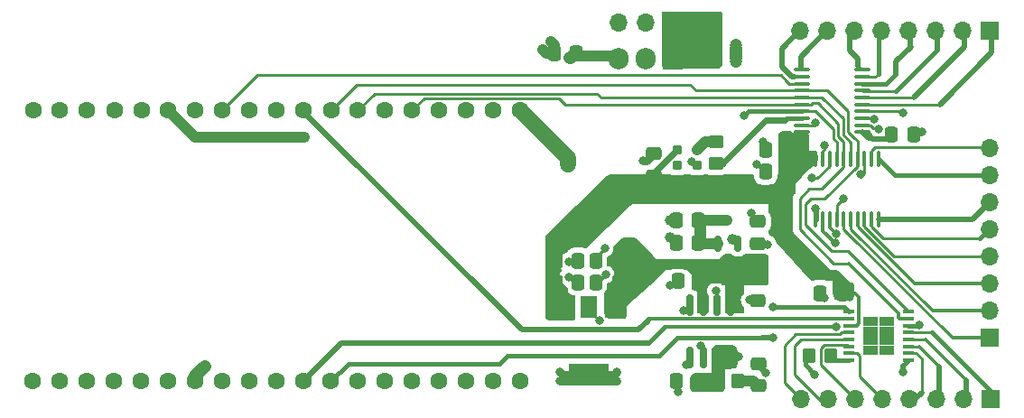
<source format=gbr>
%TF.GenerationSoftware,KiCad,Pcbnew,(6.0.5-0)*%
%TF.CreationDate,2022-06-25T01:47:50+01:00*%
%TF.ProjectId,revised_minh_design,72657669-7365-4645-9f6d-696e685f6465,rev?*%
%TF.SameCoordinates,Original*%
%TF.FileFunction,Copper,L1,Top*%
%TF.FilePolarity,Positive*%
%FSLAX46Y46*%
G04 Gerber Fmt 4.6, Leading zero omitted, Abs format (unit mm)*
G04 Created by KiCad (PCBNEW (6.0.5-0)) date 2022-06-25 01:47:50*
%MOMM*%
%LPD*%
G01*
G04 APERTURE LIST*
G04 Aperture macros list*
%AMRoundRect*
0 Rectangle with rounded corners*
0 $1 Rounding radius*
0 $2 $3 $4 $5 $6 $7 $8 $9 X,Y pos of 4 corners*
0 Add a 4 corners polygon primitive as box body*
4,1,4,$2,$3,$4,$5,$6,$7,$8,$9,$2,$3,0*
0 Add four circle primitives for the rounded corners*
1,1,$1+$1,$2,$3*
1,1,$1+$1,$4,$5*
1,1,$1+$1,$6,$7*
1,1,$1+$1,$8,$9*
0 Add four rect primitives between the rounded corners*
20,1,$1+$1,$2,$3,$4,$5,0*
20,1,$1+$1,$4,$5,$6,$7,0*
20,1,$1+$1,$6,$7,$8,$9,0*
20,1,$1+$1,$8,$9,$2,$3,0*%
G04 Aperture macros list end*
%TA.AperFunction,SMDPad,CuDef*%
%ADD10RoundRect,0.100000X0.637500X0.100000X-0.637500X0.100000X-0.637500X-0.100000X0.637500X-0.100000X0*%
%TD*%
%TA.AperFunction,SMDPad,CuDef*%
%ADD11RoundRect,0.250000X-0.475000X0.337500X-0.475000X-0.337500X0.475000X-0.337500X0.475000X0.337500X0*%
%TD*%
%TA.AperFunction,SMDPad,CuDef*%
%ADD12RoundRect,0.250000X0.337500X0.475000X-0.337500X0.475000X-0.337500X-0.475000X0.337500X-0.475000X0*%
%TD*%
%TA.AperFunction,ComponentPad*%
%ADD13R,1.700000X1.700000*%
%TD*%
%TA.AperFunction,ComponentPad*%
%ADD14O,1.700000X1.700000*%
%TD*%
%TA.AperFunction,SMDPad,CuDef*%
%ADD15RoundRect,0.100000X0.100000X-0.637500X0.100000X0.637500X-0.100000X0.637500X-0.100000X-0.637500X0*%
%TD*%
%TA.AperFunction,SMDPad,CuDef*%
%ADD16RoundRect,0.250000X0.475000X-0.337500X0.475000X0.337500X-0.475000X0.337500X-0.475000X-0.337500X0*%
%TD*%
%TA.AperFunction,SMDPad,CuDef*%
%ADD17R,1.500000X2.000000*%
%TD*%
%TA.AperFunction,SMDPad,CuDef*%
%ADD18R,3.800000X2.000000*%
%TD*%
%TA.AperFunction,SMDPad,CuDef*%
%ADD19RoundRect,0.250000X-0.350000X-0.450000X0.350000X-0.450000X0.350000X0.450000X-0.350000X0.450000X0*%
%TD*%
%TA.AperFunction,SMDPad,CuDef*%
%ADD20RoundRect,0.150000X-0.150000X0.587500X-0.150000X-0.587500X0.150000X-0.587500X0.150000X0.587500X0*%
%TD*%
%TA.AperFunction,SMDPad,CuDef*%
%ADD21RoundRect,0.250000X-0.337500X-0.475000X0.337500X-0.475000X0.337500X0.475000X-0.337500X0.475000X0*%
%TD*%
%TA.AperFunction,SMDPad,CuDef*%
%ADD22RoundRect,0.150000X-0.150000X0.825000X-0.150000X-0.825000X0.150000X-0.825000X0.150000X0.825000X0*%
%TD*%
%TA.AperFunction,ComponentPad*%
%ADD23R,1.905000X2.000000*%
%TD*%
%TA.AperFunction,ComponentPad*%
%ADD24O,1.905000X2.000000*%
%TD*%
%TA.AperFunction,SMDPad,CuDef*%
%ADD25R,1.050000X0.450000*%
%TD*%
%TA.AperFunction,SMDPad,CuDef*%
%ADD26R,1.470000X0.895000*%
%TD*%
%TA.AperFunction,SMDPad,CuDef*%
%ADD27RoundRect,0.250000X-0.450000X0.350000X-0.450000X-0.350000X0.450000X-0.350000X0.450000X0.350000X0*%
%TD*%
%TA.AperFunction,SMDPad,CuDef*%
%ADD28RoundRect,0.200000X0.250000X-0.200000X0.250000X0.200000X-0.250000X0.200000X-0.250000X-0.200000X0*%
%TD*%
%TA.AperFunction,ComponentPad*%
%ADD29C,1.600000*%
%TD*%
%TA.AperFunction,ViaPad*%
%ADD30C,0.800000*%
%TD*%
%TA.AperFunction,ViaPad*%
%ADD31C,1.200000*%
%TD*%
%TA.AperFunction,ViaPad*%
%ADD32C,1.000000*%
%TD*%
%TA.AperFunction,Conductor*%
%ADD33C,0.800000*%
%TD*%
%TA.AperFunction,Conductor*%
%ADD34C,1.000000*%
%TD*%
%TA.AperFunction,Conductor*%
%ADD35C,0.250000*%
%TD*%
%TA.AperFunction,Conductor*%
%ADD36C,0.300000*%
%TD*%
%TA.AperFunction,Conductor*%
%ADD37C,0.500000*%
%TD*%
%TA.AperFunction,Conductor*%
%ADD38C,0.600000*%
%TD*%
%TA.AperFunction,Conductor*%
%ADD39C,0.400000*%
%TD*%
%TA.AperFunction,Conductor*%
%ADD40C,1.200000*%
%TD*%
%TA.AperFunction,Conductor*%
%ADD41C,1.500000*%
%TD*%
%TA.AperFunction,Conductor*%
%ADD42C,1.100000*%
%TD*%
%TA.AperFunction,Conductor*%
%ADD43C,0.450000*%
%TD*%
%TA.AperFunction,Conductor*%
%ADD44C,0.350000*%
%TD*%
G04 APERTURE END LIST*
D10*
%TO.P,U6,1,AV_{DD}*%
%TO.N,+3.3VA*%
X129862500Y-51820000D03*
%TO.P,U6,2,A_{GND}*%
%TO.N,Earth*%
X129862500Y-51170000D03*
%TO.P,U6,3,REFIN-*%
X129862500Y-50520000D03*
%TO.P,U6,4,REFIN+*%
%TO.N,+3.3VDAC*%
X129862500Y-49870000D03*
%TO.P,U6,5,CH0*%
%TO.N,ADC1_1*%
X129862500Y-49220000D03*
%TO.P,U6,6,CH1*%
%TO.N,ADC1_2*%
X129862500Y-48570000D03*
%TO.P,U6,7,CH2*%
%TO.N,ADC1_3*%
X129862500Y-47920000D03*
%TO.P,U6,8,CH3*%
%TO.N,ADC1_4*%
X129862500Y-47270000D03*
%TO.P,U6,9,CH4*%
%TO.N,ADC1_5*%
X129862500Y-46620000D03*
%TO.P,U6,10,CH5*%
%TO.N,ADC1_6*%
X129862500Y-45970000D03*
%TO.P,U6,11,CH6*%
%TO.N,ADC1_7*%
X124137500Y-45970000D03*
%TO.P,U6,12,CH7*%
%TO.N,ADC1_8*%
X124137500Y-46620000D03*
%TO.P,U6,13,~{CS}*%
%TO.N,~{ADC1_CS}*%
X124137500Y-47270000D03*
%TO.P,U6,14,SCK*%
%TO.N,SK*%
X124137500Y-47920000D03*
%TO.P,U6,15,SDI*%
%TO.N,SI*%
X124137500Y-48570000D03*
%TO.P,U6,16,SDO*%
%TO.N,SO*%
X124137500Y-49220000D03*
%TO.P,U6,17,~{IRQ}/MDAT*%
%TO.N,MDAT*%
X124137500Y-49870000D03*
%TO.P,U6,18,MLCK*%
%TO.N,CLK*%
X124137500Y-50520000D03*
%TO.P,U6,19,D_{GND}*%
%TO.N,Earth*%
X124137500Y-51170000D03*
%TO.P,U6,20,DV_{DD}*%
%TO.N,+3V3*%
X124137500Y-51820000D03*
%TD*%
D11*
%TO.P,C18,1*%
%TO.N,+3.3VA*%
X120015000Y-60176500D03*
%TO.P,C18,2*%
%TO.N,Earth*%
X120015000Y-62251500D03*
%TD*%
D12*
%TO.P,C13,1*%
%TO.N,+3.3VDAC*%
X114448500Y-75185000D03*
%TO.P,C13,2*%
%TO.N,Earth*%
X112373500Y-75185000D03*
%TD*%
D13*
%TO.P,J4,1,Pin_1*%
%TO.N,ADC1_1*%
X141732000Y-42291000D03*
D14*
%TO.P,J4,2,Pin_2*%
%TO.N,ADC1_2*%
X139192000Y-42291000D03*
%TO.P,J4,3,Pin_3*%
%TO.N,ADC1_3*%
X136652000Y-42291000D03*
%TO.P,J4,4,Pin_4*%
%TO.N,ADC1_4*%
X134112000Y-42291000D03*
%TO.P,J4,5,Pin_5*%
%TO.N,ADC1_5*%
X131572000Y-42291000D03*
%TO.P,J4,6,Pin_6*%
%TO.N,ADC1_6*%
X129032000Y-42291000D03*
%TO.P,J4,7,Pin_7*%
%TO.N,ADC1_7*%
X126492000Y-42291000D03*
%TO.P,J4,8,Pin_8*%
%TO.N,ADC1_8*%
X123952000Y-42291000D03*
%TD*%
D15*
%TO.P,U7,1,AV_{DD}*%
%TO.N,+3.3VA*%
X125472000Y-60012500D03*
%TO.P,U7,2,A_{GND}*%
%TO.N,Earth*%
X126122000Y-60012500D03*
%TO.P,U7,3,REFIN-*%
X126772000Y-60012500D03*
%TO.P,U7,4,REFIN+*%
%TO.N,+3.3VDAC*%
X127422000Y-60012500D03*
%TO.P,U7,5,CH0*%
%TO.N,ADC2_1*%
X128072000Y-60012500D03*
%TO.P,U7,6,CH1*%
%TO.N,ADC2_2*%
X128722000Y-60012500D03*
%TO.P,U7,7,CH2*%
%TO.N,ADC2_3*%
X129372000Y-60012500D03*
%TO.P,U7,8,CH3*%
%TO.N,ADC2_4*%
X130022000Y-60012500D03*
%TO.P,U7,9,CH4*%
%TO.N,ADC2_5*%
X130672000Y-60012500D03*
%TO.P,U7,10,CH5*%
%TO.N,ADC2_6*%
X131322000Y-60012500D03*
%TO.P,U7,11,CH6*%
%TO.N,ADC2_7*%
X131322000Y-54287500D03*
%TO.P,U7,12,CH7*%
%TO.N,ADC2_8*%
X130672000Y-54287500D03*
%TO.P,U7,13,~{CS}*%
%TO.N,~{ADC2_CS}*%
X130022000Y-54287500D03*
%TO.P,U7,14,SCK*%
%TO.N,SK*%
X129372000Y-54287500D03*
%TO.P,U7,15,SDI*%
%TO.N,SI*%
X128722000Y-54287500D03*
%TO.P,U7,16,SDO*%
%TO.N,SO*%
X128072000Y-54287500D03*
%TO.P,U7,17,~{IRQ}/MDAT*%
%TO.N,MDAT*%
X127422000Y-54287500D03*
%TO.P,U7,18,MLCK*%
%TO.N,CLK*%
X126772000Y-54287500D03*
%TO.P,U7,19,D_{GND}*%
%TO.N,Earth*%
X126122000Y-54287500D03*
%TO.P,U7,20,DV_{DD}*%
%TO.N,+3V3*%
X125472000Y-54287500D03*
%TD*%
D16*
%TO.P,C11,1*%
%TO.N,+3V3*%
X110236000Y-55901500D03*
%TO.P,C11,2*%
%TO.N,Earth*%
X110236000Y-53826500D03*
%TD*%
D12*
%TO.P,C8,1*%
%TO.N,+3.3VA*%
X114448500Y-60071000D03*
%TO.P,C8,2*%
%TO.N,Earth*%
X112373500Y-60071000D03*
%TD*%
D17*
%TO.P,U4,1,VI*%
%TO.N,+5V*%
X106495500Y-68224000D03*
D18*
%TO.P,U4,2,GND*%
%TO.N,Earth*%
X104195500Y-74524000D03*
D17*
X104195500Y-68224000D03*
%TO.P,U4,3,VO*%
%TO.N,+3V3*%
X101895500Y-68224000D03*
%TD*%
D12*
%TO.P,C2,1*%
%TO.N,+5V*%
X103018500Y-44450000D03*
%TO.P,C2,2*%
%TO.N,Earth*%
X100943500Y-44450000D03*
%TD*%
D19*
%TO.P,R2,1*%
%TO.N,+3.3VDAC*%
X116156500Y-75185000D03*
%TO.P,R2,2*%
%TO.N,Net-(C12-Pad1)*%
X118156500Y-75185000D03*
%TD*%
D12*
%TO.P,C3,1*%
%TO.N,+5V*%
X106955500Y-63880000D03*
%TO.P,C3,2*%
%TO.N,Earth*%
X104880500Y-63880000D03*
%TD*%
D13*
%TO.P,J3,1,Pin_1*%
%TO.N,ADC2_1*%
X141732000Y-71120000D03*
D14*
%TO.P,J3,2,Pin_2*%
%TO.N,ADC2_2*%
X141732000Y-68580000D03*
%TO.P,J3,3,Pin_3*%
%TO.N,ADC2_3*%
X141732000Y-66040000D03*
%TO.P,J3,4,Pin_4*%
%TO.N,ADC2_4*%
X141732000Y-63500000D03*
%TO.P,J3,5,Pin_5*%
%TO.N,ADC2_5*%
X141732000Y-60960000D03*
%TO.P,J3,6,Pin_6*%
%TO.N,ADC2_6*%
X141732000Y-58420000D03*
%TO.P,J3,7,Pin_7*%
%TO.N,ADC2_7*%
X141732000Y-55880000D03*
%TO.P,J3,8,Pin_8*%
%TO.N,ADC2_8*%
X141732000Y-53340000D03*
%TD*%
D12*
%TO.P,C14,1*%
%TO.N,+3V3*%
X127932000Y-66929000D03*
%TO.P,C14,2*%
%TO.N,Earth*%
X125857000Y-66929000D03*
%TD*%
D16*
%TO.P,C12,1*%
%TO.N,Net-(C12-Pad1)*%
X120128500Y-75586500D03*
%TO.P,C12,2*%
%TO.N,Earth*%
X120128500Y-73511500D03*
%TD*%
D12*
%TO.P,C17,1*%
%TO.N,+3V3*%
X122830500Y-55499000D03*
%TO.P,C17,2*%
%TO.N,Earth*%
X120755500Y-55499000D03*
%TD*%
D20*
%TO.P,U3,1,GND*%
%TO.N,Earth*%
X118171000Y-62308500D03*
%TO.P,U3,2,VO*%
%TO.N,+3.3VA*%
X116271000Y-62308500D03*
%TO.P,U3,3,VI*%
%TO.N,+5V*%
X117221000Y-64183500D03*
%TD*%
D21*
%TO.P,C7,1*%
%TO.N,+3V3*%
X101118000Y-65880000D03*
%TO.P,C7,2*%
%TO.N,Earth*%
X103193000Y-65880000D03*
%TD*%
D22*
%TO.P,U5,1,VDD*%
%TO.N,+5V*%
X117461500Y-68010000D03*
%TO.P,U5,2,GND*%
%TO.N,Earth*%
X116191500Y-68010000D03*
%TO.P,U5,3,~{SHDN}*%
%TO.N,+5V*%
X114921500Y-68010000D03*
%TO.P,U5,4,GND*%
%TO.N,Earth*%
X113651500Y-68010000D03*
%TO.P,U5,5,GND*%
X113651500Y-72960000D03*
%TO.P,U5,6,GND*%
X114921500Y-72960000D03*
%TO.P,U5,7,OUT*%
%TO.N,+3.3VDAC*%
X116191500Y-72960000D03*
%TO.P,U5,8,FB*%
X117461500Y-72960000D03*
%TD*%
D21*
%TO.P,C1,1*%
%TO.N,+12V*%
X115929500Y-44450000D03*
%TO.P,C1,2*%
%TO.N,Earth*%
X118004500Y-44450000D03*
%TD*%
D23*
%TO.P,U2,1,VI*%
%TO.N,+12V*%
X112014000Y-44902000D03*
D24*
%TO.P,U2,2,GND*%
%TO.N,Earth*%
X109474000Y-44902000D03*
%TO.P,U2,3,VO*%
%TO.N,+5V*%
X106934000Y-44902000D03*
%TD*%
D21*
%TO.P,C9,1*%
%TO.N,+3V3*%
X101118000Y-63880000D03*
%TO.P,C9,2*%
%TO.N,Earth*%
X103193000Y-63880000D03*
%TD*%
D12*
%TO.P,C5,1*%
%TO.N,+5V*%
X106955500Y-65880000D03*
%TO.P,C5,2*%
%TO.N,Earth*%
X104880500Y-65880000D03*
%TD*%
D21*
%TO.P,C16,1*%
%TO.N,+3.3VA*%
X132566500Y-52070000D03*
%TO.P,C16,2*%
%TO.N,Earth*%
X134641500Y-52070000D03*
%TD*%
D19*
%TO.P,R1,1*%
%TO.N,+3.3VDAC*%
X124857000Y-72771000D03*
%TO.P,R1,2*%
%TO.N,Net-(R1-Pad2)*%
X126857000Y-72771000D03*
%TD*%
D13*
%TO.P,J2,1,Pin_1*%
%TO.N,VoutB*%
X141859000Y-76835000D03*
D14*
%TO.P,J2,2,Pin_2*%
%TO.N,VoutD*%
X139319000Y-76835000D03*
%TO.P,J2,3,Pin_3*%
%TO.N,VoutF*%
X136779000Y-76835000D03*
%TO.P,J2,4,Pin_4*%
%TO.N,VoutH*%
X134239000Y-76835000D03*
%TO.P,J2,5,Pin_5*%
%TO.N,VoutG*%
X131699000Y-76835000D03*
%TO.P,J2,6,Pin_6*%
%TO.N,VoutE*%
X129159000Y-76835000D03*
%TO.P,J2,7,Pin_7*%
%TO.N,VoutC*%
X126619000Y-76835000D03*
%TO.P,J2,8,Pin_8*%
%TO.N,VoutA*%
X124079000Y-76835000D03*
%TD*%
D25*
%TO.P,U8,1,LDAC*%
%TO.N,LDAC*%
X128570000Y-68651500D03*
%TO.P,U8,2,~{SYNC}*%
%TO.N,~{DAC_CS}*%
X128570000Y-69301500D03*
%TO.P,U8,3,AV_{DD}*%
%TO.N,+3V3*%
X128570000Y-69951500D03*
%TO.P,U8,4,V_{OUT}A*%
%TO.N,VoutA*%
X128570000Y-70601500D03*
%TO.P,U8,5,V_{OUT}C*%
%TO.N,VoutC*%
X128570000Y-71251500D03*
%TO.P,U8,6,V_{OUT}E*%
%TO.N,VoutE*%
X128570000Y-71901500D03*
%TO.P,U8,7,V_{OUT}G*%
%TO.N,VoutG*%
X128570000Y-72551500D03*
%TO.P,U8,8,V_{REF}IN*%
%TO.N,Net-(R1-Pad2)*%
X128570000Y-73201500D03*
%TO.P,U8,9,~{CLR}*%
%TO.N,~{CLR}*%
X134120000Y-73201500D03*
%TO.P,U8,10,V_{OUT}H*%
%TO.N,VoutH*%
X134120000Y-72551500D03*
%TO.P,U8,11,V_{OUT}F*%
%TO.N,VoutF*%
X134120000Y-71901500D03*
%TO.P,U8,12,V_{OUT}D*%
%TO.N,VoutD*%
X134120000Y-71251500D03*
%TO.P,U8,13,V_{OUT}B*%
%TO.N,VoutB*%
X134120000Y-70601500D03*
%TO.P,U8,14,GND*%
%TO.N,Earth*%
X134120000Y-69951500D03*
%TO.P,U8,15,D_{IN}*%
%TO.N,SO*%
X134120000Y-69301500D03*
%TO.P,U8,16,SCLK*%
%TO.N,SK*%
X134120000Y-68651500D03*
D26*
%TO.P,U8,17*%
%TO.N,N/C*%
X132080000Y-70479000D03*
X130610000Y-69584000D03*
X130610000Y-72269000D03*
X132080000Y-72269000D03*
X130610000Y-71374000D03*
X130610000Y-70479000D03*
X132080000Y-69584000D03*
X132080000Y-71374000D03*
%TD*%
D13*
%TO.P,J1,1,Pin_1*%
%TO.N,+12V*%
X112014000Y-41529000D03*
D14*
%TO.P,J1,2,Pin_2*%
%TO.N,Earth*%
X109474000Y-41529000D03*
%TO.P,J1,3,Pin_3*%
X106934000Y-41529000D03*
%TD*%
D12*
%TO.P,C6,1*%
%TO.N,+3.3VA*%
X114448500Y-62230000D03*
%TO.P,C6,2*%
%TO.N,Earth*%
X112373500Y-62230000D03*
%TD*%
D27*
%TO.P,R3,1*%
%TO.N,Net-(R3-Pad1)*%
X116078000Y-52721000D03*
%TO.P,R3,2*%
%TO.N,CLK*%
X116078000Y-54721000D03*
%TD*%
D12*
%TO.P,C10,1*%
%TO.N,+5V*%
X114597000Y-65785000D03*
%TO.P,C10,2*%
%TO.N,Earth*%
X112522000Y-65785000D03*
%TD*%
%TO.P,C15,1*%
%TO.N,+3V3*%
X122830500Y-53467000D03*
%TO.P,C15,2*%
%TO.N,Earth*%
X120755500Y-53467000D03*
%TD*%
D11*
%TO.P,C4,1*%
%TO.N,+5V*%
X120015000Y-65510500D03*
%TO.P,C4,2*%
%TO.N,Earth*%
X120015000Y-67585500D03*
%TD*%
D28*
%TO.P,X1,1,Tri-State*%
%TO.N,unconnected-(X1-Pad1)*%
X112486000Y-54954000D03*
%TO.P,X1,2,GND*%
%TO.N,Earth*%
X114336000Y-54954000D03*
%TO.P,X1,3,OUT*%
%TO.N,Net-(R3-Pad1)*%
X114336000Y-53504000D03*
%TO.P,X1,4,VDD*%
%TO.N,+3V3*%
X112486000Y-53504000D03*
%TD*%
D29*
%TO.P,U1,1,CLK*%
%TO.N,unconnected-(U1-Pad1)*%
X97785000Y-75184000D03*
%TO.P,U1,2,D0*%
%TO.N,unconnected-(U1-Pad2)*%
X95245000Y-75184000D03*
%TO.P,U1,3,D1*%
%TO.N,unconnected-(U1-Pad3)*%
X92705000Y-75184000D03*
%TO.P,U1,4,15*%
%TO.N,unconnected-(U1-Pad4)*%
X90165000Y-75184000D03*
%TO.P,U1,5,2*%
%TO.N,unconnected-(U1-Pad5)*%
X87625000Y-75184000D03*
%TO.P,U1,6,0*%
%TO.N,unconnected-(U1-Pad6)*%
X85085000Y-75184000D03*
%TO.P,U1,7,4*%
%TO.N,unconnected-(U1-Pad7)*%
X82545000Y-75184000D03*
%TO.P,U1,8,16*%
%TO.N,LDAC*%
X80005000Y-75184000D03*
%TO.P,U1,9,17*%
%TO.N,~{CLR}*%
X77465000Y-75184000D03*
%TO.P,U1,10,5*%
%TO.N,unconnected-(U1-Pad10)*%
X74925000Y-75184000D03*
%TO.P,U1,11,18*%
%TO.N,unconnected-(U1-Pad11)*%
X72385000Y-75184000D03*
%TO.P,U1,12,19*%
%TO.N,unconnected-(U1-Pad12)*%
X69845000Y-75184000D03*
%TO.P,U1,13,GND*%
%TO.N,Earth*%
X67305000Y-75184000D03*
%TO.P,U1,14,21*%
%TO.N,unconnected-(U1-Pad14)*%
X64765000Y-75184000D03*
%TO.P,U1,15,RX*%
%TO.N,unconnected-(U1-Pad15)*%
X62225000Y-75184000D03*
%TO.P,U1,16,TX*%
%TO.N,unconnected-(U1-Pad16)*%
X59685000Y-75184000D03*
%TO.P,U1,17,22*%
%TO.N,unconnected-(U1-Pad17)*%
X57145000Y-75184000D03*
%TO.P,U1,18,23*%
%TO.N,unconnected-(U1-Pad18)*%
X54605000Y-75184000D03*
%TO.P,U1,19,GND*%
%TO.N,Earth*%
X52065000Y-75184000D03*
%TO.P,U1,20,3V3*%
%TO.N,unconnected-(U1-Pad20)*%
X52102143Y-49789715D03*
%TO.P,U1,21,EN*%
%TO.N,unconnected-(U1-Pad21)*%
X54599014Y-49789715D03*
%TO.P,U1,22,VP*%
%TO.N,unconnected-(U1-Pad22)*%
X57145000Y-49784000D03*
%TO.P,U1,23,VN*%
%TO.N,unconnected-(U1-Pad23)*%
X59713572Y-49789715D03*
%TO.P,U1,24,34*%
%TO.N,unconnected-(U1-Pad24)*%
X62250715Y-49789715D03*
%TO.P,U1,25,35*%
%TO.N,MDAT*%
X64765000Y-49784000D03*
%TO.P,U1,26,32*%
%TO.N,~{ADC2_CS}*%
X67305000Y-49784000D03*
%TO.P,U1,27,33*%
%TO.N,~{ADC1_CS}*%
X69845000Y-49784000D03*
%TO.P,U1,28,25*%
%TO.N,unconnected-(U1-Pad28)*%
X72385000Y-49784000D03*
%TO.P,U1,29,26*%
%TO.N,unconnected-(U1-Pad29)*%
X74925000Y-49784000D03*
%TO.P,U1,30,27*%
%TO.N,~{DAC_CS}*%
X77465000Y-49784000D03*
%TO.P,U1,31,14*%
%TO.N,SK*%
X80010715Y-49789715D03*
%TO.P,U1,32,12*%
%TO.N,SI*%
X82547858Y-49789715D03*
%TO.P,U1,33,GND*%
%TO.N,Earth*%
X85085000Y-49784000D03*
%TO.P,U1,34,13*%
%TO.N,SO*%
X87625000Y-49784000D03*
%TO.P,U1,35,D2*%
%TO.N,unconnected-(U1-Pad35)*%
X90165000Y-49784000D03*
%TO.P,U1,36,D3*%
%TO.N,unconnected-(U1-Pad36)*%
X92705000Y-49784000D03*
%TO.P,U1,37,CMD*%
%TO.N,unconnected-(U1-Pad37)*%
X95245000Y-49784000D03*
%TO.P,U1,38,5V*%
%TO.N,+5V*%
X97785000Y-49784000D03*
%TD*%
D30*
%TO.N,Earth*%
X127254000Y-62230011D03*
X106807000Y-75184000D03*
X130937000Y-50594500D03*
D31*
X117983000Y-43688000D03*
D30*
X113284000Y-73660000D03*
X126259500Y-67399500D03*
X127381000Y-61349500D03*
X113792000Y-54610000D03*
D32*
X117602000Y-61849000D03*
D30*
X102305000Y-65405000D03*
D31*
X117983000Y-45212000D03*
D30*
X114681000Y-71844489D03*
X105156000Y-69469000D03*
X101473000Y-75184000D03*
X101473000Y-74295000D03*
X126238000Y-53086000D03*
X105778495Y-65149065D03*
D31*
X68199000Y-73787000D03*
D32*
X100584000Y-43307000D03*
D30*
X105664000Y-62738000D03*
X120523000Y-52705000D03*
X119253000Y-67564000D03*
X106807000Y-74295000D03*
X102305000Y-64008000D03*
X125391819Y-50949902D03*
X112522000Y-76200000D03*
X113030000Y-68585009D03*
X135143100Y-69860114D03*
X116078000Y-66675000D03*
X135382000Y-51816000D03*
X120904000Y-62357000D03*
X120777923Y-74417599D03*
X119888000Y-54864000D03*
D32*
X99822000Y-44069000D03*
X111760000Y-61722000D03*
X111760000Y-60071000D03*
D30*
X131318000Y-51562000D03*
X109220000Y-54466500D03*
X111760000Y-66167000D03*
%TO.N,+5V*%
X102235000Y-54864000D03*
D31*
X102362000Y-44831000D03*
D30*
X107696000Y-62738000D03*
%TO.N,+3.3VA*%
X130429000Y-52197000D03*
X119380000Y-59436000D03*
X125466083Y-58950433D03*
X117094000Y-60071000D03*
%TO.N,+3.3VDAC*%
X133604000Y-50038000D03*
X125349000Y-74549000D03*
X118237000Y-72898000D03*
X128016000Y-58039000D03*
%TO.N,CLK*%
X116713000Y-54737000D03*
X125095000Y-56134000D03*
%TO.N,LDAC*%
X121412000Y-71120000D03*
X121412000Y-68199000D03*
%TO.N,~{CLR}*%
X127381000Y-70034020D03*
X133604000Y-74295000D03*
%TO.N,MDAT*%
X118745000Y-50292000D03*
D32*
X77470000Y-52324000D03*
D30*
%TO.N,~{ADC2_CS}*%
X129667000Y-55753000D03*
%TD*%
D33*
%TO.N,Earth*%
X101494000Y-74274000D02*
X101744000Y-74524000D01*
X101744000Y-74524000D02*
X106536000Y-74524000D01*
X106536000Y-74524000D02*
X106786000Y-74274000D01*
D34*
%TO.N,+12V*%
X112014000Y-44775000D02*
X112466000Y-44323000D01*
D35*
X115477500Y-44775000D02*
X115929500Y-44323000D01*
D33*
%TO.N,Earth*%
X104394000Y-75184000D02*
X106807000Y-75184000D01*
D35*
X104880500Y-63754000D02*
X104880500Y-63521500D01*
X104195500Y-74524000D02*
X104195500Y-74985500D01*
D34*
X100203000Y-44450000D02*
X99822000Y-44069000D01*
D36*
X126772000Y-60012500D02*
X126772000Y-60735717D01*
D34*
X100943500Y-43666500D02*
X100584000Y-43307000D01*
D35*
X104195500Y-68508500D02*
X105156000Y-69469000D01*
X114009000Y-54827000D02*
X113792000Y-54610000D01*
D33*
X109596000Y-54466500D02*
X110236000Y-53826500D01*
D35*
X104195500Y-67974000D02*
X104195500Y-68508500D01*
X111760000Y-66167000D02*
X112499500Y-66167000D01*
X130937000Y-50594500D02*
X130862500Y-50520000D01*
X104195500Y-74985500D02*
X104394000Y-75184000D01*
X105173560Y-65754000D02*
X105778495Y-65149065D01*
X120523000Y-52705000D02*
X120523000Y-53213000D01*
X113651500Y-68010000D02*
X113605009Y-68010000D01*
D37*
X114681000Y-71844489D02*
X114921500Y-72084989D01*
D33*
X104013000Y-75184000D02*
X101473000Y-75184000D01*
D35*
X106786000Y-74274000D02*
X106807000Y-74295000D01*
X114336000Y-54827000D02*
X114009000Y-54827000D01*
X135051714Y-69951500D02*
X135143100Y-69860114D01*
X120523000Y-55499000D02*
X120777000Y-55499000D01*
X104880500Y-65754000D02*
X105173560Y-65754000D01*
X125171721Y-51170000D02*
X124137500Y-51170000D01*
D38*
X118061500Y-62308500D02*
X118171000Y-62308500D01*
D35*
X131318000Y-51562000D02*
X131191000Y-51435000D01*
X125391819Y-50949902D02*
X125171721Y-51170000D01*
D36*
X126772000Y-60735717D02*
X127377283Y-61341000D01*
D35*
X134536000Y-52324000D02*
X134874000Y-52324000D01*
X114921500Y-72084989D02*
X114921500Y-72960000D01*
X131191000Y-51435000D02*
X130824511Y-51435000D01*
X104195500Y-74524000D02*
X104195500Y-75001500D01*
X67305000Y-75184000D02*
X67305000Y-74681000D01*
X103193000Y-63754000D02*
X102559000Y-63754000D01*
X113605009Y-68010000D02*
X113030000Y-68585009D01*
D38*
X117602000Y-61849000D02*
X118061500Y-62308500D01*
D34*
X100943500Y-44450000D02*
X100203000Y-44450000D01*
D37*
X120777923Y-74417599D02*
X120772599Y-74417599D01*
D35*
X104195500Y-75001500D02*
X104013000Y-75184000D01*
X102654000Y-65754000D02*
X102305000Y-65405000D01*
X119888000Y-67564000D02*
X119253000Y-67564000D01*
X130862500Y-50520000D02*
X129862500Y-50520000D01*
D39*
X134120000Y-69951500D02*
X135051714Y-69951500D01*
D35*
X126259500Y-67399500D02*
X125916000Y-67056000D01*
X126238000Y-53483639D02*
X126122000Y-53599639D01*
X126122000Y-53599639D02*
X126122000Y-54287500D01*
D36*
X127377283Y-61341000D02*
X127381000Y-61341000D01*
D35*
X116191500Y-66788500D02*
X116078000Y-66675000D01*
X104880500Y-63521500D02*
X105664000Y-62738000D01*
X134874000Y-52324000D02*
X135382000Y-51816000D01*
X113284000Y-73327500D02*
X113651500Y-72960000D01*
X112419000Y-76097000D02*
X112419000Y-75185000D01*
D33*
X109220000Y-54466500D02*
X109596000Y-54466500D01*
D36*
X127254000Y-62230011D02*
X126122000Y-61098011D01*
D35*
X116191500Y-68010000D02*
X116191500Y-66788500D01*
X130559511Y-51170000D02*
X129862500Y-51170000D01*
X130824511Y-51435000D02*
X130559511Y-51170000D01*
X113284000Y-73660000D02*
X113284000Y-73327500D01*
X120523000Y-53213000D02*
X120777000Y-53467000D01*
X101494000Y-74274000D02*
X101473000Y-74295000D01*
X126238000Y-53086000D02*
X126238000Y-53483639D01*
D37*
X120772599Y-74417599D02*
X120128500Y-73773500D01*
D35*
X112522000Y-76200000D02*
X112419000Y-76097000D01*
X102559000Y-63754000D02*
X102305000Y-64008000D01*
X112499500Y-66167000D02*
X112881500Y-65785000D01*
X103193000Y-65754000D02*
X102654000Y-65754000D01*
X127381000Y-61349500D02*
X127381000Y-61341000D01*
D40*
X67305000Y-74681000D02*
X68199000Y-73787000D01*
D36*
X126122000Y-61098011D02*
X126122000Y-60012500D01*
D35*
X119888000Y-54864000D02*
X120523000Y-55499000D01*
D34*
X100943500Y-44450000D02*
X100943500Y-43666500D01*
D37*
%TO.N,+5V*%
X110744000Y-64389000D02*
X113560500Y-64389000D01*
D34*
X106495500Y-67974000D02*
X109826500Y-64643000D01*
X109826500Y-64643000D02*
X110490000Y-64643000D01*
D38*
X106955500Y-65754000D02*
X106955500Y-67514000D01*
D41*
X102235000Y-54234000D02*
X97785000Y-49784000D01*
D34*
X107696000Y-62738000D02*
X106955500Y-63478500D01*
D35*
X114956500Y-67975000D02*
X114921500Y-68010000D01*
D38*
X106955500Y-63754000D02*
X106955500Y-65754000D01*
D40*
X102510500Y-44831000D02*
X103018500Y-44323000D01*
D37*
X116333000Y-65785000D02*
X114956500Y-65785000D01*
D35*
X117221000Y-64183500D02*
X117221000Y-64897000D01*
D37*
X117221000Y-64897000D02*
X116333000Y-65785000D01*
X117461500Y-68010000D02*
X117461500Y-64424000D01*
D34*
X106863000Y-44704000D02*
X106934000Y-44775000D01*
D37*
X110490000Y-64643000D02*
X110744000Y-64389000D01*
X113560500Y-64389000D02*
X114956500Y-65785000D01*
D34*
X103541500Y-44704000D02*
X106863000Y-44704000D01*
D37*
X114956500Y-65785000D02*
X114956500Y-67975000D01*
D35*
X117461500Y-64424000D02*
X117221000Y-64183500D01*
D40*
X102362000Y-44831000D02*
X102510500Y-44831000D01*
D41*
X102235000Y-54864000D02*
X102235000Y-54234000D01*
D34*
X106955500Y-63478500D02*
X106955500Y-63754000D01*
D42*
%TO.N,+3.3VA*%
X114575500Y-60198000D02*
X114575500Y-62196500D01*
D34*
X114427000Y-62230000D02*
X114505500Y-62308500D01*
D37*
X130429000Y-52197000D02*
X130724087Y-52492087D01*
D36*
X132292913Y-52492087D02*
X132461000Y-52324000D01*
D39*
X125476000Y-58960350D02*
X125476000Y-60008500D01*
D34*
X114527500Y-60071000D02*
X114488000Y-60110500D01*
X114505500Y-62308500D02*
X116271000Y-62308500D01*
D35*
X120015000Y-60176500D02*
X120015000Y-60071000D01*
D37*
X130724087Y-52492087D02*
X132292913Y-52492087D01*
X130239500Y-52197000D02*
X129862500Y-51820000D01*
D34*
X117094000Y-60071000D02*
X114527500Y-60071000D01*
D35*
X120015000Y-60071000D02*
X119380000Y-59436000D01*
D37*
X130429000Y-52197000D02*
X130239500Y-52197000D01*
D39*
X125466083Y-58950433D02*
X125476000Y-58960350D01*
D36*
%TO.N,+3V3*%
X129525489Y-67295489D02*
X129525489Y-69745033D01*
D38*
X105791000Y-57150000D02*
X122609500Y-57150000D01*
D37*
X110236000Y-55626000D02*
X110300635Y-55626000D01*
D36*
X129319022Y-69951500D02*
X128570000Y-69951500D01*
D39*
X122852000Y-53105500D02*
X122852000Y-53467000D01*
X123317000Y-56442500D02*
X125472000Y-54287500D01*
X124137500Y-51820000D02*
X122852000Y-53105500D01*
D36*
X129159000Y-66929000D02*
X129525489Y-67295489D01*
D39*
X122852000Y-55499000D02*
X124253000Y-54098000D01*
X124253000Y-54098000D02*
X125472000Y-54098000D01*
D36*
X129525489Y-69745033D02*
X129319022Y-69951500D01*
D38*
X101118000Y-65754000D02*
X101118000Y-61823000D01*
D39*
X127932000Y-66464000D02*
X122682000Y-61214000D01*
D38*
X110300635Y-55626000D02*
X110308981Y-55626000D01*
X101895500Y-67974000D02*
X101895500Y-66531500D01*
X122609500Y-57150000D02*
X123317000Y-56442500D01*
D36*
X127932000Y-66929000D02*
X129159000Y-66929000D01*
D38*
X101118000Y-61823000D02*
X105791000Y-57150000D01*
X101895500Y-66531500D02*
X101118000Y-65754000D01*
X110308981Y-55626000D02*
X112485000Y-53449981D01*
D39*
X127932000Y-66929000D02*
X127932000Y-66464000D01*
X122682000Y-61214000D02*
X122682000Y-57023000D01*
D34*
%TO.N,Net-(C12-Pad1)*%
X119599000Y-75185000D02*
X119852000Y-75438000D01*
X118156500Y-75185000D02*
X119599000Y-75185000D01*
D41*
%TO.N,+3.3VDAC*%
X114448500Y-75185000D02*
X116077000Y-75185000D01*
D35*
X118175000Y-72960000D02*
X118237000Y-72898000D01*
X124460000Y-73168000D02*
X124857000Y-72771000D01*
X127422000Y-58633000D02*
X127422000Y-60012500D01*
X117461500Y-72960000D02*
X118175000Y-72960000D01*
D39*
X125349000Y-74549000D02*
X124460000Y-73660000D01*
D35*
X133436000Y-49870000D02*
X129862500Y-49870000D01*
X133604000Y-50038000D02*
X133436000Y-49870000D01*
D41*
X116077000Y-75185000D02*
X116078000Y-75184000D01*
D34*
X116205000Y-73723000D02*
X116205000Y-75057000D01*
D35*
X128016000Y-58039000D02*
X127422000Y-58633000D01*
D39*
X124460000Y-73660000D02*
X124460000Y-73168000D01*
D35*
%TO.N,VoutH*%
X134869022Y-72551500D02*
X135382000Y-73064478D01*
X135382000Y-73064478D02*
X135382000Y-76210000D01*
D37*
X135382000Y-76210000D02*
X134478000Y-77114000D01*
D35*
X134120000Y-72551500D02*
X134869022Y-72551500D01*
%TO.N,VoutG*%
X129540000Y-74716000D02*
X131938000Y-77114000D01*
X129540000Y-72772478D02*
X129540000Y-74716000D01*
X129319022Y-72551500D02*
X129540000Y-72772478D01*
X128570000Y-72551500D02*
X129319022Y-72551500D01*
D37*
%TO.N,VoutF*%
X137018000Y-73772000D02*
X137018000Y-77114000D01*
D35*
X134120000Y-71901500D02*
X135147500Y-71901500D01*
D36*
X135147500Y-71901500D02*
X137018000Y-73772000D01*
D35*
%TO.N,VoutE*%
X128469511Y-71801011D02*
X127775020Y-71801011D01*
X127775020Y-71801011D02*
X127720489Y-71746480D01*
X128570000Y-71901500D02*
X128469511Y-71801011D01*
X125932480Y-72060520D02*
X125932480Y-73648480D01*
X127720489Y-71746480D02*
X126246520Y-71746480D01*
X125932480Y-73648480D02*
X129398000Y-77114000D01*
X126246520Y-71746480D02*
X125932480Y-72060520D01*
D37*
%TO.N,VoutD*%
X139558000Y-75042000D02*
X139558000Y-77114000D01*
D36*
X135767500Y-71251500D02*
X139558000Y-75042000D01*
D35*
X134120000Y-71251500D02*
X135767500Y-71251500D01*
%TO.N,VoutC*%
X123444000Y-71882000D02*
X123444000Y-74538990D01*
X128570000Y-71251500D02*
X124074500Y-71251500D01*
X124074500Y-71251500D02*
X123444000Y-71882000D01*
X126019010Y-77114000D02*
X126858000Y-77114000D01*
X123444000Y-74538990D02*
X126019010Y-77114000D01*
D39*
%TO.N,VoutB*%
X136387500Y-70601500D02*
X142098000Y-76312000D01*
D35*
X142098000Y-76312000D02*
X142098000Y-77114000D01*
X134120000Y-70601500D02*
X136387500Y-70601500D01*
%TO.N,VoutA*%
X127720489Y-70772520D02*
X123600980Y-70772520D01*
X123600980Y-70772520D02*
X122555000Y-71818500D01*
X122555000Y-75351000D02*
X124318000Y-77114000D01*
X122555000Y-71818500D02*
X122555000Y-75351000D01*
X128570000Y-70601500D02*
X127891509Y-70601500D01*
X127891509Y-70601500D02*
X127720489Y-70772520D01*
D36*
%TO.N,ADC2_1*%
X138270319Y-71120000D02*
X141732000Y-71120000D01*
D35*
X128072000Y-60012500D02*
X128072000Y-60921681D01*
X128072000Y-60921681D02*
X138270319Y-71120000D01*
%TO.N,ADC2_2*%
X128722000Y-60904000D02*
X136398000Y-68580000D01*
D36*
X136601639Y-68580000D02*
X141732000Y-68580000D01*
D35*
X136398000Y-68580000D02*
X136601639Y-68580000D01*
X128722000Y-60012500D02*
X128722000Y-60904000D01*
D36*
%TO.N,ADC2_3*%
X134711639Y-66040000D02*
X141732000Y-66040000D01*
D35*
X129372000Y-60700361D02*
X134711639Y-66040000D01*
X129372000Y-60012500D02*
X129372000Y-60700361D01*
%TO.N,ADC2_4*%
X132821639Y-63500000D02*
X141732000Y-63500000D01*
X130022000Y-60700361D02*
X132821639Y-63500000D01*
X130022000Y-60012500D02*
X130022000Y-60700361D01*
D39*
%TO.N,ADC2_5*%
X140882000Y-61810000D02*
X141732000Y-60960000D01*
D35*
X130672000Y-60012500D02*
X130672000Y-60700361D01*
X130672000Y-60700361D02*
X131781639Y-61810000D01*
X131781639Y-61810000D02*
X140882000Y-61810000D01*
D37*
%TO.N,ADC2_6*%
X131322000Y-60012500D02*
X140139500Y-60012500D01*
X140139500Y-60012500D02*
X141732000Y-58420000D01*
D39*
%TO.N,ADC2_7*%
X132914500Y-55880000D02*
X141732000Y-55880000D01*
X131322000Y-54287500D02*
X132914500Y-55880000D01*
D35*
%TO.N,ADC2_8*%
X130672000Y-54287500D02*
X130672000Y-53599639D01*
X131058639Y-53213000D02*
X141605000Y-53213000D01*
X130672000Y-53599639D02*
X131058639Y-53213000D01*
X141605000Y-53213000D02*
X141732000Y-53340000D01*
D37*
%TO.N,ADC1_1*%
X141971000Y-44338000D02*
X141971000Y-42062000D01*
X137089000Y-49220000D02*
X141971000Y-44338000D01*
D35*
X129862500Y-49220000D02*
X137089000Y-49220000D01*
D37*
%TO.N,ADC1_2*%
X134691000Y-48570000D02*
X139431000Y-43830000D01*
D35*
X129862500Y-48570000D02*
X134691000Y-48570000D01*
D37*
X139431000Y-43830000D02*
X139431000Y-42062000D01*
%TO.N,ADC1_3*%
X136891000Y-44084000D02*
X136891000Y-42062000D01*
D39*
X132969000Y-48006000D02*
X136891000Y-44084000D01*
D35*
X129948500Y-48006000D02*
X132969000Y-48006000D01*
X129862500Y-47920000D02*
X129948500Y-48006000D01*
D37*
%TO.N,ADC1_4*%
X132969000Y-46355000D02*
X132969000Y-45212000D01*
X132969000Y-45212000D02*
X134366000Y-43815000D01*
D35*
X134366000Y-43815000D02*
X134351000Y-43800000D01*
D39*
X132054000Y-47270000D02*
X132969000Y-46355000D01*
D37*
X134351000Y-43800000D02*
X134351000Y-42062000D01*
D39*
X129862500Y-47270000D02*
X132054000Y-47270000D01*
D43*
%TO.N,ADC1_5*%
X131318000Y-46355000D02*
X131318000Y-42555000D01*
D35*
X131318000Y-42555000D02*
X131811000Y-42062000D01*
X129862500Y-46620000D02*
X131053000Y-46620000D01*
X131053000Y-46620000D02*
X131318000Y-46355000D01*
D37*
%TO.N,ADC1_6*%
X129413000Y-44958000D02*
X128651000Y-44196000D01*
D35*
X129790000Y-45970000D02*
X129862500Y-45970000D01*
X129413000Y-45593000D02*
X129790000Y-45970000D01*
D37*
X129413000Y-45593000D02*
X129413000Y-44958000D01*
X128651000Y-44196000D02*
X128651000Y-42672000D01*
%TO.N,ADC1_7*%
X124079000Y-44714000D02*
X126731000Y-42062000D01*
X124079000Y-45720000D02*
X124079000Y-44714000D01*
%TO.N,ADC1_8*%
X123449639Y-46620000D02*
X123272862Y-46620000D01*
D35*
X124137500Y-46620000D02*
X123449639Y-46620000D01*
D37*
X122301000Y-43952000D02*
X124191000Y-42062000D01*
X123272862Y-46620000D02*
X122301000Y-45648138D01*
X122301000Y-45648138D02*
X122301000Y-43952000D01*
D35*
%TO.N,Net-(R3-Pad1)*%
X116078000Y-52721000D02*
X116062000Y-52705000D01*
D34*
X115135000Y-52705000D02*
X114336000Y-53504000D01*
X116062000Y-52705000D02*
X115135000Y-52705000D01*
D39*
%TO.N,CLK*%
X122555000Y-50673000D02*
X122708000Y-50520000D01*
D35*
X125095000Y-56134000D02*
X125613361Y-56134000D01*
X125613361Y-56134000D02*
X126772000Y-54975361D01*
D38*
X120777000Y-50673000D02*
X116713000Y-54737000D01*
X122555000Y-50673000D02*
X120777000Y-50673000D01*
D35*
X126772000Y-54975361D02*
X126772000Y-54287500D01*
D39*
X122708000Y-50520000D02*
X124137500Y-50520000D01*
%TO.N,Net-(R1-Pad2)*%
X128570000Y-73201500D02*
X127287500Y-73201500D01*
D35*
X127287500Y-73201500D02*
X126857000Y-72771000D01*
D39*
%TO.N,LDAC*%
X96520000Y-72771000D02*
X95758000Y-73533000D01*
D37*
X121412000Y-71120000D02*
X120396000Y-71120000D01*
D39*
X121412000Y-68199000D02*
X128117500Y-68199000D01*
X120447989Y-71044989D02*
X112470011Y-71044989D01*
X95758000Y-73533000D02*
X81656000Y-73533000D01*
X110744000Y-72771000D02*
X96520000Y-72771000D01*
X128117500Y-68199000D02*
X128570000Y-68651500D01*
X81656000Y-73533000D02*
X80005000Y-75184000D01*
X112470011Y-71044989D02*
X110744000Y-72771000D01*
D37*
%TO.N,~{CLR}*%
X81021000Y-71628000D02*
X77465000Y-75184000D01*
D44*
X111252000Y-70104000D02*
X127254000Y-70104000D01*
D35*
X127311020Y-70104000D02*
X127254000Y-70104000D01*
D39*
X109728000Y-71628000D02*
X111252000Y-70104000D01*
D37*
X109728000Y-71628000D02*
X81021000Y-71628000D01*
D39*
X133604000Y-73717500D02*
X134120000Y-73201500D01*
D35*
X127381000Y-70034020D02*
X127311020Y-70104000D01*
D37*
X133604000Y-74295000D02*
X133604000Y-73717500D01*
D35*
%TO.N,MDAT*%
X123022000Y-49870000D02*
X124673000Y-49870000D01*
D39*
X119167000Y-49870000D02*
X124137500Y-49870000D01*
D35*
X123149000Y-49870000D02*
X124137500Y-49870000D01*
D39*
X118745000Y-50292000D02*
X119167000Y-49870000D01*
D34*
X64765000Y-49784000D02*
X67305000Y-52324000D01*
X67305000Y-52324000D02*
X77470000Y-52324000D01*
D35*
X127422000Y-52746000D02*
X127422000Y-54287500D01*
X127116960Y-51551960D02*
X127116960Y-52440960D01*
X125435000Y-49870000D02*
X127116960Y-51551960D01*
X127116960Y-52440960D02*
X127422000Y-52746000D01*
X124137500Y-49870000D02*
X125435000Y-49870000D01*
%TO.N,~{ADC2_CS}*%
X129667000Y-56007000D02*
X130022000Y-55652000D01*
X130022000Y-55652000D02*
X130022000Y-54287500D01*
%TO.N,~{ADC1_CS}*%
X124137500Y-47270000D02*
X122964153Y-47270000D01*
X122964153Y-47270000D02*
X122619673Y-46925520D01*
X73147000Y-46482000D02*
X69845000Y-49784000D01*
X122174000Y-46482000D02*
X73147000Y-46482000D01*
X122617520Y-46925520D02*
X122174000Y-46482000D01*
X122619673Y-46925520D02*
X122617520Y-46925520D01*
D37*
%TO.N,~{DAC_CS}*%
X109728000Y-69469000D02*
X108878489Y-70318511D01*
D36*
X109728000Y-69342000D02*
X127013050Y-69342000D01*
D35*
X77465000Y-49784000D02*
X77465000Y-49906000D01*
D37*
X97877511Y-70318511D02*
X77465000Y-49906000D01*
D36*
X127013050Y-69342000D02*
X127070541Y-69284509D01*
D37*
X108878489Y-70318511D02*
X97877511Y-70318511D01*
D36*
X127070541Y-69284509D02*
X128553009Y-69284509D01*
X128553009Y-69284509D02*
X128570000Y-69301500D01*
D35*
%TO.N,SK*%
X126533000Y-47920000D02*
X124137500Y-47920000D01*
X128486511Y-62954511D02*
X134120000Y-68588000D01*
X129052520Y-52344520D02*
X129049159Y-52344520D01*
X128465520Y-51760881D02*
X128465520Y-49852520D01*
X126953897Y-62954511D02*
X128486511Y-62954511D01*
X114214000Y-47920000D02*
X124137500Y-47920000D01*
X124460000Y-60460614D02*
X126953897Y-62954511D01*
X124460000Y-58547000D02*
X124460000Y-60460614D01*
X129372000Y-54975361D02*
X126308361Y-58039000D01*
X80010715Y-49789715D02*
X82425390Y-47375040D01*
X126308361Y-58039000D02*
X124968000Y-58039000D01*
X82425390Y-47375040D02*
X113669040Y-47375040D01*
X129372000Y-54287500D02*
X129372000Y-52664000D01*
X129372000Y-54287500D02*
X129372000Y-54975361D01*
X129049159Y-52344520D02*
X128465520Y-51760881D01*
X128465520Y-49852520D02*
X126533000Y-47920000D01*
X129372000Y-52664000D02*
X129052520Y-52344520D01*
X113669040Y-47375040D02*
X114214000Y-47920000D01*
X134120000Y-68588000D02*
X134120000Y-68651500D01*
X124968000Y-58039000D02*
X124460000Y-58547000D01*
%TO.N,SI*%
X82547858Y-49789715D02*
X84127604Y-48209969D01*
X126040000Y-48570000D02*
X124137500Y-48570000D01*
X84127604Y-48209969D02*
X104978969Y-48209969D01*
X105339000Y-48570000D02*
X124825361Y-48570000D01*
X128722000Y-54287500D02*
X128722000Y-52761000D01*
X128016000Y-52055000D02*
X128016000Y-50546000D01*
X128722000Y-52761000D02*
X128016000Y-52055000D01*
X128016000Y-50546000D02*
X126040000Y-48570000D01*
X104978969Y-48209969D02*
X105339000Y-48570000D01*
%TO.N,SO*%
X128072000Y-52746718D02*
X127566480Y-52241197D01*
X101981000Y-49220000D02*
X101420489Y-48659489D01*
X124193500Y-49276000D02*
X124137500Y-49220000D01*
X123952000Y-60960000D02*
X127127000Y-64135000D01*
X125984000Y-57150000D02*
X124841000Y-57150000D01*
X128072000Y-54287500D02*
X128072000Y-55062000D01*
D36*
X128524000Y-64135000D02*
X133223000Y-68834000D01*
D35*
X124841000Y-57150000D02*
X123952000Y-58039000D01*
X124137500Y-49220000D02*
X101981000Y-49220000D01*
X127127000Y-64135000D02*
X128524000Y-64135000D01*
X128072000Y-55062000D02*
X125984000Y-57150000D01*
X123952000Y-58039000D02*
X123952000Y-60960000D01*
X88749511Y-48659489D02*
X87625000Y-49784000D01*
X128072000Y-54287500D02*
X128072000Y-52746718D01*
X125666859Y-49085859D02*
X125158141Y-49085859D01*
X101420489Y-48659489D02*
X88749511Y-48659489D01*
D36*
X133223000Y-69215000D02*
X133309500Y-69301500D01*
D35*
X127566480Y-52241197D02*
X127566480Y-50985480D01*
D36*
X133309500Y-69301500D02*
X134120000Y-69301500D01*
D35*
X124968000Y-49276000D02*
X124193500Y-49276000D01*
X125158141Y-49085859D02*
X124968000Y-49276000D01*
X127566480Y-50985480D02*
X125666859Y-49085859D01*
D36*
X133223000Y-68834000D02*
X133223000Y-69215000D01*
%TD*%
%TA.AperFunction,Conductor*%
%TO.N,+3.3VDAC*%
G36*
X117618188Y-71756078D02*
G01*
X117722963Y-71769872D01*
X117754735Y-71778385D01*
X117844674Y-71815639D01*
X117873160Y-71832086D01*
X117950393Y-71891349D01*
X117973651Y-71914607D01*
X118032914Y-71991840D01*
X118049361Y-72020326D01*
X118086615Y-72110265D01*
X118095128Y-72142037D01*
X118108922Y-72246812D01*
X118110000Y-72263258D01*
X118110000Y-73532742D01*
X118108922Y-73549188D01*
X118095128Y-73653963D01*
X118086615Y-73685735D01*
X118049361Y-73775674D01*
X118032914Y-73804160D01*
X117973651Y-73881393D01*
X117950393Y-73904651D01*
X117890691Y-73950462D01*
X117824471Y-73976063D01*
X117813987Y-73976500D01*
X117756100Y-73976500D01*
X117752854Y-73976837D01*
X117752850Y-73976837D01*
X117657192Y-73986762D01*
X117657188Y-73986763D01*
X117650334Y-73987474D01*
X117643798Y-73989655D01*
X117643787Y-73989657D01*
X117509309Y-74034523D01*
X117475197Y-74040064D01*
X117475241Y-74040730D01*
X117471121Y-74041000D01*
X116967000Y-74041000D01*
X116967000Y-75691742D01*
X116965922Y-75708188D01*
X116952128Y-75812963D01*
X116943615Y-75844735D01*
X116906361Y-75934674D01*
X116889914Y-75963160D01*
X116830651Y-76040393D01*
X116807393Y-76063651D01*
X116730160Y-76122914D01*
X116701674Y-76139361D01*
X116611735Y-76176615D01*
X116579963Y-76185128D01*
X116475188Y-76198922D01*
X116458742Y-76200000D01*
X114173258Y-76200000D01*
X114156812Y-76198922D01*
X114052037Y-76185128D01*
X114020265Y-76176615D01*
X113930326Y-76139361D01*
X113901840Y-76122914D01*
X113824607Y-76063651D01*
X113801349Y-76040393D01*
X113742086Y-75963160D01*
X113725639Y-75934674D01*
X113688385Y-75844735D01*
X113679872Y-75812963D01*
X113666078Y-75708188D01*
X113665000Y-75691742D01*
X113665000Y-74930258D01*
X113666078Y-74913812D01*
X113679872Y-74809037D01*
X113688385Y-74777265D01*
X113725639Y-74687326D01*
X113742086Y-74658840D01*
X113801349Y-74581607D01*
X113824607Y-74558349D01*
X113901840Y-74499086D01*
X113930326Y-74482639D01*
X114020265Y-74445385D01*
X114052037Y-74436872D01*
X114156812Y-74423078D01*
X114173258Y-74422000D01*
X114585845Y-74422000D01*
X114620997Y-74427003D01*
X114661489Y-74438767D01*
X114661493Y-74438768D01*
X114667669Y-74440562D01*
X114674074Y-74441066D01*
X114674079Y-74441067D01*
X114702542Y-74443307D01*
X114702550Y-74443307D01*
X114704998Y-74443500D01*
X115138002Y-74443500D01*
X115140450Y-74443307D01*
X115140458Y-74443307D01*
X115168921Y-74441067D01*
X115168926Y-74441066D01*
X115175331Y-74440562D01*
X115239222Y-74422000D01*
X115697000Y-74422000D01*
X115697000Y-73992306D01*
X115725267Y-73895008D01*
X115727062Y-73888831D01*
X115727648Y-73881393D01*
X115729807Y-73853958D01*
X115729807Y-73853950D01*
X115730000Y-73851502D01*
X115730000Y-72112115D01*
X115739591Y-72063896D01*
X115757639Y-72020325D01*
X115774086Y-71991840D01*
X115833349Y-71914607D01*
X115856607Y-71891349D01*
X115933840Y-71832086D01*
X115962326Y-71815639D01*
X116052265Y-71778385D01*
X116084037Y-71769872D01*
X116188812Y-71756078D01*
X116205258Y-71755000D01*
X117601742Y-71755000D01*
X117618188Y-71756078D01*
G37*
%TD.AperFunction*%
%TD*%
%TA.AperFunction,Conductor*%
%TO.N,+3V3*%
G36*
X123071832Y-51709002D02*
G01*
X123080413Y-51715037D01*
X123193125Y-51801524D01*
X123276855Y-51836206D01*
X123330441Y-51858402D01*
X123341150Y-51862838D01*
X123460115Y-51878500D01*
X123496320Y-51878500D01*
X124664762Y-51878499D01*
X124732883Y-51898501D01*
X124781171Y-51956281D01*
X124817615Y-52044265D01*
X124826128Y-52076037D01*
X124839922Y-52180812D01*
X124841000Y-52197258D01*
X124841000Y-53594000D01*
X125285498Y-53594000D01*
X125307211Y-53597439D01*
X125371364Y-53627852D01*
X125408891Y-53688120D01*
X125413500Y-53721888D01*
X125413501Y-54286913D01*
X125413501Y-54747309D01*
X125393499Y-54815430D01*
X125376596Y-54836404D01*
X125010650Y-55202350D01*
X124947752Y-55236502D01*
X124910015Y-55244524D01*
X124812712Y-55265206D01*
X124806682Y-55267891D01*
X124806681Y-55267891D01*
X124644278Y-55340197D01*
X124644276Y-55340198D01*
X124638248Y-55342882D01*
X124632907Y-55346762D01*
X124632906Y-55346763D01*
X124588877Y-55378752D01*
X124483747Y-55455134D01*
X124355960Y-55597056D01*
X124352659Y-55602774D01*
X124265926Y-55753000D01*
X124260473Y-55762444D01*
X124201458Y-55944072D01*
X124200768Y-55950635D01*
X124200768Y-55950636D01*
X124198198Y-55975091D01*
X124171186Y-56040748D01*
X124161983Y-56051017D01*
X123571000Y-56642000D01*
X123574156Y-56853466D01*
X123574156Y-56853468D01*
X123574219Y-56857667D01*
X123583142Y-57455538D01*
X123564159Y-57523949D01*
X123544456Y-57546506D01*
X123544982Y-57547000D01*
X123498357Y-57596651D01*
X123495602Y-57599493D01*
X123475865Y-57619230D01*
X123473385Y-57622427D01*
X123465682Y-57631447D01*
X123435414Y-57663679D01*
X123431595Y-57670625D01*
X123431593Y-57670628D01*
X123425652Y-57681434D01*
X123414801Y-57697953D01*
X123402386Y-57713959D01*
X123399241Y-57721228D01*
X123399238Y-57721232D01*
X123384826Y-57754537D01*
X123379609Y-57765187D01*
X123358305Y-57803940D01*
X123356334Y-57811615D01*
X123356334Y-57811616D01*
X123353267Y-57823562D01*
X123346863Y-57842266D01*
X123338819Y-57860855D01*
X123337580Y-57868678D01*
X123337577Y-57868688D01*
X123331901Y-57904524D01*
X123329495Y-57916144D01*
X123318500Y-57958970D01*
X123318500Y-57979224D01*
X123316949Y-57998934D01*
X123313780Y-58018943D01*
X123314526Y-58026835D01*
X123317941Y-58062961D01*
X123318500Y-58074819D01*
X123318500Y-60881233D01*
X123317973Y-60892416D01*
X123316298Y-60899909D01*
X123316547Y-60907835D01*
X123316547Y-60907836D01*
X123318438Y-60967986D01*
X123318500Y-60971945D01*
X123318500Y-60999856D01*
X123318997Y-61003790D01*
X123318997Y-61003791D01*
X123319005Y-61003856D01*
X123319938Y-61015693D01*
X123321327Y-61059889D01*
X123326978Y-61079339D01*
X123330987Y-61098700D01*
X123333526Y-61118797D01*
X123336445Y-61126168D01*
X123336445Y-61126170D01*
X123349804Y-61159912D01*
X123353649Y-61171142D01*
X123365982Y-61213593D01*
X123370015Y-61220412D01*
X123370017Y-61220417D01*
X123376293Y-61231028D01*
X123384988Y-61248776D01*
X123392448Y-61267617D01*
X123397110Y-61274033D01*
X123397110Y-61274034D01*
X123418436Y-61303387D01*
X123424952Y-61313307D01*
X123430559Y-61322787D01*
X123447458Y-61351362D01*
X123461779Y-61365683D01*
X123474619Y-61380716D01*
X123486528Y-61397107D01*
X123492634Y-61402158D01*
X123520605Y-61425298D01*
X123529384Y-61433288D01*
X126623348Y-64527253D01*
X126630888Y-64535539D01*
X126635000Y-64542018D01*
X126640777Y-64547443D01*
X126684651Y-64588643D01*
X126687493Y-64591398D01*
X126707230Y-64611135D01*
X126710427Y-64613615D01*
X126719447Y-64621318D01*
X126751679Y-64651586D01*
X126758625Y-64655405D01*
X126758628Y-64655407D01*
X126769434Y-64661348D01*
X126785953Y-64672199D01*
X126801959Y-64684614D01*
X126809228Y-64687759D01*
X126809232Y-64687762D01*
X126842537Y-64702174D01*
X126853187Y-64707391D01*
X126891940Y-64728695D01*
X126899615Y-64730666D01*
X126899616Y-64730666D01*
X126911562Y-64733733D01*
X126930267Y-64740137D01*
X126948855Y-64748181D01*
X126956678Y-64749420D01*
X126956688Y-64749423D01*
X126992524Y-64755099D01*
X127004144Y-64757505D01*
X127039289Y-64766528D01*
X127046970Y-64768500D01*
X127067224Y-64768500D01*
X127086934Y-64770051D01*
X127106943Y-64773220D01*
X127114835Y-64772474D01*
X127150961Y-64769059D01*
X127162819Y-64768500D01*
X127503785Y-64768500D01*
X127571906Y-64788502D01*
X127592318Y-64804846D01*
X128582124Y-65782279D01*
X128714500Y-65913000D01*
X128872624Y-65913000D01*
X128877320Y-65914091D01*
X128920017Y-65925532D01*
X128976500Y-65958143D01*
X128986857Y-65968500D01*
X129019468Y-66024983D01*
X129027706Y-66055727D01*
X129032000Y-66088339D01*
X129032000Y-67182742D01*
X129030922Y-67199188D01*
X129017128Y-67303963D01*
X129008615Y-67335735D01*
X128971361Y-67425674D01*
X128954914Y-67454160D01*
X128895651Y-67531393D01*
X128872393Y-67554651D01*
X128795160Y-67613914D01*
X128766674Y-67630361D01*
X128688449Y-67662763D01*
X128617859Y-67670352D01*
X128567782Y-67649442D01*
X128542783Y-67631873D01*
X128537486Y-67627939D01*
X128493193Y-67593209D01*
X128487218Y-67588524D01*
X128480302Y-67585401D01*
X128478016Y-67584017D01*
X128463335Y-67575643D01*
X128460975Y-67574378D01*
X128454761Y-67570010D01*
X128447682Y-67567250D01*
X128447680Y-67567249D01*
X128395225Y-67546798D01*
X128389156Y-67544247D01*
X128330927Y-67517955D01*
X128323460Y-67516571D01*
X128320905Y-67515770D01*
X128304652Y-67511141D01*
X128302072Y-67510478D01*
X128294991Y-67507718D01*
X128287460Y-67506727D01*
X128287458Y-67506726D01*
X128257839Y-67502827D01*
X128231639Y-67499378D01*
X128225141Y-67498348D01*
X128162314Y-67486704D01*
X128154734Y-67487141D01*
X128154733Y-67487141D01*
X128100108Y-67490291D01*
X128092854Y-67490500D01*
X127296020Y-67490500D01*
X127227899Y-67470498D01*
X127181406Y-67416842D01*
X127170710Y-67377671D01*
X127153732Y-67216135D01*
X127153732Y-67216133D01*
X127153042Y-67209572D01*
X127094027Y-67027944D01*
X127088575Y-67018500D01*
X127016881Y-66894324D01*
X127000000Y-66831324D01*
X127000000Y-65786000D01*
X126561964Y-65786000D01*
X126548722Y-65781291D01*
X126523473Y-65765727D01*
X126523464Y-65765723D01*
X126517238Y-65761885D01*
X126356760Y-65708657D01*
X126355889Y-65708368D01*
X126355887Y-65708368D01*
X126349361Y-65706203D01*
X126342525Y-65705503D01*
X126342522Y-65705502D01*
X126299469Y-65701091D01*
X126244900Y-65695500D01*
X125469100Y-65695500D01*
X125465854Y-65695837D01*
X125465850Y-65695837D01*
X125370192Y-65705762D01*
X125370188Y-65705763D01*
X125363334Y-65706474D01*
X125356792Y-65708657D01*
X125356790Y-65708657D01*
X125226294Y-65752194D01*
X125155344Y-65754779D01*
X125135613Y-65747974D01*
X125068586Y-65718437D01*
X125039023Y-65700172D01*
X124953047Y-65628955D01*
X124940432Y-65616942D01*
X124914305Y-65588365D01*
X124183002Y-64788502D01*
X121822167Y-62206337D01*
X121795326Y-62160252D01*
X121774140Y-62095050D01*
X121738527Y-61985444D01*
X121643040Y-61820056D01*
X121515253Y-61678134D01*
X121360752Y-61565882D01*
X121354726Y-61563199D01*
X121354719Y-61563195D01*
X121186378Y-61488246D01*
X121134874Y-61446064D01*
X121099772Y-61396604D01*
X121085067Y-61369282D01*
X121051819Y-61283644D01*
X121044236Y-61253557D01*
X121031959Y-61154610D01*
X121031000Y-61139095D01*
X121031000Y-61097837D01*
X121051002Y-61029716D01*
X121067826Y-61008820D01*
X121084133Y-60992484D01*
X121089305Y-60987303D01*
X121101212Y-60967986D01*
X121178275Y-60842968D01*
X121178276Y-60842966D01*
X121182115Y-60836738D01*
X121237797Y-60668861D01*
X121248500Y-60564400D01*
X121248500Y-59788600D01*
X121237526Y-59682834D01*
X121233841Y-59671787D01*
X121183868Y-59522002D01*
X121181550Y-59515054D01*
X121088478Y-59364652D01*
X121067983Y-59344192D01*
X121033903Y-59281910D01*
X121031000Y-59255019D01*
X121031000Y-58547000D01*
X119580472Y-58547000D01*
X119554275Y-58544247D01*
X119481944Y-58528872D01*
X119481939Y-58528872D01*
X119475487Y-58527500D01*
X119284513Y-58527500D01*
X119278061Y-58528872D01*
X119278056Y-58528872D01*
X119205725Y-58544247D01*
X119179528Y-58547000D01*
X108204000Y-58547000D01*
X108058484Y-58688359D01*
X108058482Y-58688360D01*
X108055579Y-58691180D01*
X103954582Y-62675006D01*
X103891783Y-62708125D01*
X103827120Y-62704222D01*
X103691889Y-62659368D01*
X103691887Y-62659368D01*
X103685361Y-62657203D01*
X103678525Y-62656503D01*
X103678522Y-62656502D01*
X103635469Y-62652091D01*
X103580900Y-62646500D01*
X102805100Y-62646500D01*
X102801854Y-62646837D01*
X102801850Y-62646837D01*
X102706192Y-62656762D01*
X102706188Y-62656763D01*
X102699334Y-62657474D01*
X102692798Y-62659655D01*
X102692796Y-62659655D01*
X102646784Y-62675006D01*
X102531554Y-62713450D01*
X102381152Y-62806522D01*
X102375979Y-62811704D01*
X102322776Y-62865000D01*
X102235000Y-62865000D01*
X102238006Y-62961204D01*
X102211755Y-63003791D01*
X102172505Y-63067467D01*
X102119734Y-63114959D01*
X102091443Y-63124597D01*
X102073828Y-63128341D01*
X102029170Y-63137833D01*
X102029167Y-63137834D01*
X102022712Y-63139206D01*
X102016682Y-63141891D01*
X102016681Y-63141891D01*
X101854278Y-63214197D01*
X101854276Y-63214198D01*
X101848248Y-63216882D01*
X101842907Y-63220762D01*
X101842906Y-63220763D01*
X101792843Y-63257136D01*
X101693747Y-63329134D01*
X101565960Y-63471056D01*
X101507686Y-63571990D01*
X101474381Y-63629676D01*
X101470473Y-63636444D01*
X101411458Y-63818072D01*
X101410768Y-63824633D01*
X101410768Y-63824635D01*
X101403535Y-63893451D01*
X101391496Y-64008000D01*
X101411458Y-64197928D01*
X101470473Y-64379556D01*
X101565960Y-64544944D01*
X101635515Y-64622192D01*
X101666230Y-64686197D01*
X101657467Y-64756650D01*
X101635516Y-64790806D01*
X101565960Y-64868056D01*
X101470473Y-65033444D01*
X101411458Y-65215072D01*
X101391496Y-65405000D01*
X101411458Y-65594928D01*
X101470473Y-65776556D01*
X101473776Y-65782278D01*
X101473777Y-65782279D01*
X101476160Y-65786407D01*
X101565960Y-65941944D01*
X101570378Y-65946851D01*
X101570379Y-65946852D01*
X101689325Y-66078955D01*
X101693747Y-66083866D01*
X101699904Y-66088339D01*
X101813316Y-66170738D01*
X101848248Y-66196118D01*
X101854276Y-66198802D01*
X101854278Y-66198803D01*
X102022249Y-66273588D01*
X102076345Y-66319568D01*
X102097000Y-66388695D01*
X102097000Y-66405400D01*
X102097337Y-66408646D01*
X102097337Y-66408650D01*
X102103327Y-66466375D01*
X102107974Y-66511166D01*
X102110155Y-66517702D01*
X102110155Y-66517704D01*
X102117632Y-66540115D01*
X102163950Y-66678946D01*
X102257022Y-66829348D01*
X102382197Y-66954305D01*
X102388427Y-66958145D01*
X102388428Y-66958146D01*
X102492377Y-67022221D01*
X102532762Y-67047115D01*
X102612505Y-67073564D01*
X102694111Y-67100632D01*
X102694113Y-67100632D01*
X102700639Y-67102797D01*
X102707475Y-67103497D01*
X102707478Y-67103498D01*
X102750531Y-67107909D01*
X102805100Y-67113500D01*
X102811000Y-67113500D01*
X102879121Y-67133502D01*
X102925614Y-67187158D01*
X102937000Y-67239500D01*
X102937000Y-69272134D01*
X102937369Y-69275530D01*
X102937525Y-69276967D01*
X102937465Y-69277302D01*
X102937553Y-69278928D01*
X102937170Y-69278949D01*
X102924993Y-69346849D01*
X102888951Y-69390541D01*
X102887142Y-69391929D01*
X102858676Y-69408360D01*
X102768735Y-69445615D01*
X102736963Y-69454128D01*
X102632188Y-69467922D01*
X102615742Y-69469000D01*
X100584258Y-69469000D01*
X100567812Y-69467922D01*
X100463037Y-69454128D01*
X100431265Y-69445615D01*
X100341326Y-69408361D01*
X100312840Y-69391914D01*
X100235607Y-69332651D01*
X100212349Y-69309393D01*
X100153086Y-69232160D01*
X100136639Y-69203674D01*
X100099385Y-69113735D01*
X100090872Y-69081963D01*
X100077078Y-68977188D01*
X100076000Y-68960742D01*
X100076000Y-61813632D01*
X100077108Y-61796962D01*
X100091279Y-61690795D01*
X100100023Y-61658623D01*
X100138271Y-61567668D01*
X100155144Y-61538920D01*
X100221113Y-61454524D01*
X100232251Y-61442074D01*
X105893411Y-55901365D01*
X105905737Y-55890768D01*
X105989008Y-55828048D01*
X106017223Y-55812027D01*
X106106141Y-55775755D01*
X106137510Y-55767470D01*
X106240884Y-55754049D01*
X106257106Y-55753000D01*
X111822131Y-55753000D01*
X111887401Y-55771224D01*
X111942301Y-55804472D01*
X111949548Y-55806743D01*
X111949550Y-55806744D01*
X112013096Y-55826658D01*
X112105938Y-55855753D01*
X112179365Y-55862500D01*
X112182263Y-55862500D01*
X112486795Y-55862499D01*
X112792634Y-55862499D01*
X112795492Y-55862236D01*
X112795501Y-55862236D01*
X112831004Y-55858974D01*
X112866062Y-55855753D01*
X112872447Y-55853752D01*
X113022450Y-55806744D01*
X113022452Y-55806743D01*
X113029699Y-55804472D01*
X113084599Y-55771224D01*
X113149869Y-55753000D01*
X113672131Y-55753000D01*
X113737401Y-55771224D01*
X113792301Y-55804472D01*
X113799548Y-55806743D01*
X113799550Y-55806744D01*
X113863096Y-55826658D01*
X113955938Y-55855753D01*
X114029365Y-55862500D01*
X114032263Y-55862500D01*
X114336795Y-55862499D01*
X114642634Y-55862499D01*
X114645492Y-55862236D01*
X114645501Y-55862236D01*
X114681004Y-55858974D01*
X114716062Y-55855753D01*
X114722447Y-55853752D01*
X114872450Y-55806744D01*
X114872452Y-55806743D01*
X114879699Y-55804472D01*
X114934599Y-55771224D01*
X114999869Y-55753000D01*
X115257643Y-55753000D01*
X115305125Y-55763527D01*
X115305262Y-55763115D01*
X115420417Y-55801310D01*
X115466611Y-55816632D01*
X115466613Y-55816632D01*
X115473139Y-55818797D01*
X115479975Y-55819497D01*
X115479978Y-55819498D01*
X115523031Y-55823909D01*
X115577600Y-55829500D01*
X116578400Y-55829500D01*
X116581646Y-55829163D01*
X116581650Y-55829163D01*
X116677308Y-55819238D01*
X116677312Y-55819237D01*
X116684166Y-55818526D01*
X116690702Y-55816345D01*
X116690704Y-55816345D01*
X116851946Y-55762550D01*
X116852191Y-55763283D01*
X116898384Y-55753000D01*
X119533500Y-55753000D01*
X119601621Y-55773002D01*
X119648114Y-55826658D01*
X119659500Y-55879000D01*
X119659500Y-56024400D01*
X119659837Y-56027646D01*
X119659837Y-56027650D01*
X119663359Y-56061588D01*
X119670474Y-56130166D01*
X119726450Y-56297946D01*
X119819522Y-56448348D01*
X119944697Y-56573305D01*
X119950927Y-56577145D01*
X119950928Y-56577146D01*
X120088090Y-56661694D01*
X120095262Y-56666115D01*
X120175005Y-56692564D01*
X120256611Y-56719632D01*
X120256613Y-56719632D01*
X120263139Y-56721797D01*
X120269975Y-56722497D01*
X120269978Y-56722498D01*
X120313031Y-56726909D01*
X120367600Y-56732500D01*
X121143400Y-56732500D01*
X121146646Y-56732163D01*
X121146650Y-56732163D01*
X121242308Y-56722238D01*
X121242312Y-56722237D01*
X121249166Y-56721526D01*
X121255702Y-56719345D01*
X121255704Y-56719345D01*
X121400778Y-56670944D01*
X121416946Y-56665550D01*
X121567348Y-56572478D01*
X121692305Y-56447303D01*
X121785115Y-56296738D01*
X121840797Y-56128861D01*
X121842317Y-56114032D01*
X121849825Y-56040748D01*
X121851500Y-56024400D01*
X121851500Y-55753000D01*
X121920000Y-55753000D01*
X121920000Y-52197258D01*
X121921078Y-52180812D01*
X121934872Y-52076037D01*
X121943385Y-52044265D01*
X121980639Y-51954326D01*
X121997086Y-51925840D01*
X122056349Y-51848607D01*
X122079607Y-51825349D01*
X122156840Y-51766086D01*
X122185326Y-51749639D01*
X122275265Y-51712385D01*
X122307037Y-51703872D01*
X122411812Y-51690078D01*
X122428258Y-51689000D01*
X123003711Y-51689000D01*
X123071832Y-51709002D01*
G37*
%TD.AperFunction*%
%TD*%
%TA.AperFunction,Conductor*%
%TO.N,+12V*%
G36*
X116655108Y-40528502D02*
G01*
X116701601Y-40582158D01*
X116712987Y-40634503D01*
X116712892Y-45338603D01*
X116711814Y-45355044D01*
X116698027Y-45459783D01*
X116689519Y-45491545D01*
X116652284Y-45581465D01*
X116635846Y-45609945D01*
X116576618Y-45687161D01*
X116553372Y-45710418D01*
X116476174Y-45769686D01*
X116447702Y-45786135D01*
X116357806Y-45823407D01*
X116326048Y-45831930D01*
X116221310Y-45845765D01*
X116204871Y-45846850D01*
X112741025Y-45848455D01*
X112643925Y-45848500D01*
X111502329Y-45848500D01*
X111485936Y-45847429D01*
X111473255Y-45845765D01*
X111385135Y-45834202D01*
X111353354Y-45825699D01*
X111263375Y-45788464D01*
X111234875Y-45772022D01*
X111157602Y-45712759D01*
X111134332Y-45689498D01*
X111075036Y-45612250D01*
X111058581Y-45583759D01*
X111057631Y-45581465D01*
X111021307Y-45493794D01*
X111012790Y-45462017D01*
X110998990Y-45357205D01*
X110997912Y-45340753D01*
X110998051Y-40634496D01*
X111018055Y-40566376D01*
X111071712Y-40519885D01*
X111124051Y-40508500D01*
X116586987Y-40508500D01*
X116655108Y-40528502D01*
G37*
%TD.AperFunction*%
%TD*%
%TA.AperFunction,Conductor*%
%TO.N,+5V*%
G36*
X108489344Y-61724623D02*
G01*
X108489417Y-61724638D01*
X108550498Y-61737301D01*
X108597434Y-61757636D01*
X108648506Y-61793577D01*
X108667914Y-61810442D01*
X110158433Y-63400329D01*
X110490000Y-63754000D01*
X116332000Y-63754000D01*
X116704592Y-63381408D01*
X116717507Y-63370141D01*
X116811650Y-63298682D01*
X116811651Y-63298681D01*
X116818490Y-63293490D01*
X116820086Y-63291387D01*
X116882147Y-63258214D01*
X116931382Y-63248421D01*
X116955963Y-63246000D01*
X117525477Y-63246000D01*
X117593598Y-63266002D01*
X117614570Y-63282903D01*
X117618322Y-63286655D01*
X117623510Y-63293490D01*
X117630345Y-63298678D01*
X117630348Y-63298681D01*
X117738200Y-63380546D01*
X117738204Y-63380548D01*
X117745045Y-63385741D01*
X117886912Y-63441910D01*
X117894949Y-63442883D01*
X117894951Y-63442883D01*
X117928225Y-63446909D01*
X117977731Y-63452900D01*
X118170847Y-63452900D01*
X118364268Y-63452899D01*
X118410137Y-63447349D01*
X118447058Y-63442882D01*
X118447061Y-63442881D01*
X118455088Y-63441910D01*
X118462605Y-63438934D01*
X118462608Y-63438933D01*
X118560110Y-63400329D01*
X118596955Y-63385741D01*
X118603796Y-63380548D01*
X118603800Y-63380546D01*
X118711652Y-63298681D01*
X118711655Y-63298678D01*
X118718490Y-63293490D01*
X118723678Y-63286655D01*
X118727430Y-63282903D01*
X118789743Y-63248879D01*
X118816523Y-63246000D01*
X120768590Y-63246000D01*
X120793170Y-63248421D01*
X120817073Y-63253175D01*
X120852091Y-63260141D01*
X120897510Y-63278954D01*
X120903420Y-63282903D01*
X120936939Y-63305300D01*
X120971700Y-63340061D01*
X120998045Y-63379488D01*
X121016859Y-63424909D01*
X121022336Y-63452443D01*
X121028579Y-63483830D01*
X121031000Y-63508410D01*
X121031000Y-65904590D01*
X121028579Y-65929170D01*
X121016860Y-65988089D01*
X120998046Y-66033510D01*
X120988919Y-66047170D01*
X120971700Y-66072939D01*
X120936939Y-66107700D01*
X120917329Y-66120804D01*
X120897510Y-66134046D01*
X120852091Y-66152859D01*
X120831983Y-66156859D01*
X120793170Y-66164579D01*
X120768590Y-66167000D01*
X118745000Y-66167000D01*
X118745000Y-66879076D01*
X118724998Y-66947197D01*
X118707159Y-66969099D01*
X118623740Y-67050788D01*
X118525677Y-67202954D01*
X118523268Y-67209574D01*
X118523267Y-67209575D01*
X118514823Y-67232775D01*
X118463762Y-67373063D01*
X118441073Y-67552663D01*
X118458738Y-67732826D01*
X118515879Y-67904598D01*
X118609656Y-68059442D01*
X118709638Y-68162975D01*
X118742569Y-68225870D01*
X118745000Y-68250501D01*
X118745000Y-68659100D01*
X118724998Y-68727221D01*
X118671342Y-68773714D01*
X118619000Y-68785100D01*
X117093000Y-68785100D01*
X117024879Y-68765098D01*
X116978386Y-68711442D01*
X116967000Y-68659100D01*
X116967000Y-66167000D01*
X116735853Y-66167000D01*
X116682129Y-66138163D01*
X116591769Y-66047170D01*
X116591765Y-66047167D01*
X116586806Y-66042173D01*
X116573156Y-66033510D01*
X116528151Y-66004950D01*
X116433960Y-65945174D01*
X116371186Y-65922821D01*
X116270056Y-65886810D01*
X116270054Y-65886809D01*
X116263422Y-65884448D01*
X116256436Y-65883615D01*
X116256432Y-65883614D01*
X116127752Y-65868271D01*
X116083669Y-65863014D01*
X116076666Y-65863750D01*
X116076665Y-65863750D01*
X116030310Y-65868622D01*
X115903634Y-65881936D01*
X115896966Y-65884206D01*
X115738932Y-65938005D01*
X115738929Y-65938006D01*
X115732265Y-65940275D01*
X115578079Y-66035131D01*
X115573048Y-66040058D01*
X115573045Y-66040060D01*
X115539470Y-66072939D01*
X115448740Y-66161788D01*
X115445381Y-66167000D01*
X115443000Y-66167000D01*
X115443000Y-66170695D01*
X115350677Y-66313954D01*
X115348268Y-66320574D01*
X115348267Y-66320575D01*
X115298037Y-66458579D01*
X115288762Y-66484063D01*
X115266073Y-66663663D01*
X115283738Y-66843826D01*
X115340879Y-67015598D01*
X115424777Y-67154129D01*
X115443000Y-67219399D01*
X115443000Y-68571590D01*
X115440579Y-68596170D01*
X115428860Y-68655089D01*
X115410045Y-68700511D01*
X115397860Y-68718748D01*
X115390939Y-68729105D01*
X115336461Y-68774631D01*
X115286176Y-68785100D01*
X114484400Y-68785100D01*
X114416279Y-68765098D01*
X114369786Y-68711442D01*
X114358400Y-68659100D01*
X114358399Y-67145527D01*
X114358399Y-67141732D01*
X114347410Y-67050912D01*
X114338034Y-67027229D01*
X114300000Y-66931168D01*
X114300000Y-66802000D01*
X113940620Y-66622310D01*
X113920907Y-66610063D01*
X113875808Y-66575908D01*
X113844701Y-66541711D01*
X113821194Y-66503676D01*
X113804517Y-66460556D01*
X113794139Y-66404952D01*
X113792000Y-66381834D01*
X113792000Y-65151000D01*
X113411000Y-64770000D01*
X113271344Y-64770000D01*
X113207207Y-64752455D01*
X113122460Y-64702335D01*
X113114849Y-64700124D01*
X113114847Y-64700123D01*
X113062817Y-64685007D01*
X112963079Y-64656031D01*
X112956674Y-64655527D01*
X112956669Y-64655526D01*
X112928294Y-64653293D01*
X112928287Y-64653293D01*
X112925838Y-64653100D01*
X112118162Y-64653100D01*
X112115713Y-64653293D01*
X112115706Y-64653293D01*
X112087331Y-64655526D01*
X112087326Y-64655527D01*
X112080921Y-64656031D01*
X111981183Y-64685007D01*
X111929153Y-64700123D01*
X111929151Y-64700124D01*
X111921540Y-64702335D01*
X111836793Y-64752455D01*
X111772656Y-64770000D01*
X111379000Y-64770000D01*
X109898958Y-66147970D01*
X107775645Y-68124847D01*
X107775643Y-68124849D01*
X107696000Y-68199000D01*
X107696000Y-69079590D01*
X107693579Y-69104170D01*
X107681860Y-69163089D01*
X107663045Y-69208512D01*
X107636700Y-69247939D01*
X107601939Y-69282700D01*
X107582329Y-69295804D01*
X107562510Y-69309046D01*
X107517091Y-69327859D01*
X107482073Y-69334825D01*
X107458170Y-69339579D01*
X107433590Y-69342000D01*
X106055791Y-69342000D01*
X105987670Y-69321998D01*
X105941177Y-69268342D01*
X105936800Y-69257437D01*
X105933493Y-69247939D01*
X105901870Y-69157132D01*
X105890612Y-69124802D01*
X105890610Y-69124799D01*
X105888293Y-69118144D01*
X105792364Y-68964624D01*
X105687929Y-68859458D01*
X105654122Y-68797028D01*
X105651366Y-68773473D01*
X105648825Y-68659100D01*
X105636854Y-68120435D01*
X105610762Y-66946255D01*
X105629246Y-66877707D01*
X105647636Y-66854361D01*
X105741178Y-66760819D01*
X105745214Y-66753995D01*
X105745216Y-66753992D01*
X105821628Y-66624786D01*
X105825665Y-66617960D01*
X105827960Y-66610063D01*
X105861358Y-66495101D01*
X105871969Y-66458579D01*
X105872473Y-66452174D01*
X105872474Y-66452169D01*
X105874707Y-66423794D01*
X105874707Y-66423787D01*
X105874900Y-66421338D01*
X105874900Y-66057758D01*
X105894902Y-65989637D01*
X105948558Y-65943144D01*
X105961964Y-65937925D01*
X106107239Y-65890723D01*
X106107242Y-65890722D01*
X106113938Y-65888546D01*
X106269433Y-65795852D01*
X106274527Y-65791001D01*
X106274531Y-65790998D01*
X106357752Y-65711747D01*
X106400528Y-65671012D01*
X106500706Y-65520231D01*
X106564990Y-65351003D01*
X106565970Y-65344031D01*
X106589633Y-65175662D01*
X106589634Y-65175654D01*
X106590184Y-65171738D01*
X106590501Y-65149065D01*
X106570322Y-64969166D01*
X106547692Y-64904181D01*
X106513107Y-64804867D01*
X106513105Y-64804864D01*
X106510788Y-64798209D01*
X106414859Y-64644689D01*
X106351358Y-64580744D01*
X106292264Y-64521235D01*
X106292260Y-64521232D01*
X106287301Y-64516238D01*
X106134455Y-64419239D01*
X105963917Y-64358513D01*
X105964488Y-64356910D01*
X105910380Y-64326223D01*
X105877364Y-64263370D01*
X105874900Y-64238575D01*
X105874900Y-63609492D01*
X105894902Y-63541371D01*
X105948558Y-63494878D01*
X105961963Y-63489659D01*
X105992746Y-63479657D01*
X105999443Y-63477481D01*
X106154938Y-63384787D01*
X106160032Y-63379936D01*
X106160036Y-63379933D01*
X106251641Y-63292698D01*
X106286033Y-63259947D01*
X106386211Y-63109166D01*
X106429648Y-62994819D01*
X106447995Y-62946520D01*
X106447996Y-62946518D01*
X106450495Y-62939938D01*
X106459067Y-62878947D01*
X106475138Y-62764597D01*
X106475139Y-62764589D01*
X106475689Y-62760673D01*
X106475882Y-62746849D01*
X106475951Y-62741961D01*
X106475951Y-62741955D01*
X106476006Y-62738000D01*
X106470746Y-62691108D01*
X106483030Y-62621183D01*
X106503848Y-62591091D01*
X107232041Y-61810886D01*
X107251453Y-61793949D01*
X107302606Y-61757823D01*
X107349645Y-61737383D01*
X107410952Y-61724638D01*
X107436598Y-61722000D01*
X108463767Y-61722000D01*
X108489344Y-61724623D01*
G37*
%TD.AperFunction*%
%TD*%
M02*

</source>
